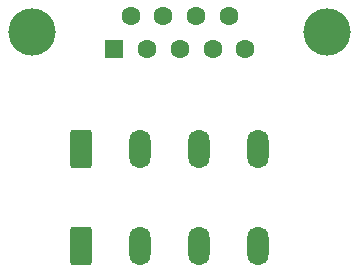
<source format=gbr>
%TF.GenerationSoftware,KiCad,Pcbnew,8.0.0-rc1-51-gba6979a274-dirty*%
%TF.CreationDate,2024-02-05T11:49:36+01:00*%
%TF.ProjectId,sub-d_terminal,7375622d-645f-4746-9572-6d696e616c2e,rev?*%
%TF.SameCoordinates,Original*%
%TF.FileFunction,Soldermask,Bot*%
%TF.FilePolarity,Negative*%
%FSLAX46Y46*%
G04 Gerber Fmt 4.6, Leading zero omitted, Abs format (unit mm)*
G04 Created by KiCad (PCBNEW 8.0.0-rc1-51-gba6979a274-dirty) date 2024-02-05 11:49:36*
%MOMM*%
%LPD*%
G01*
G04 APERTURE LIST*
G04 Aperture macros list*
%AMRoundRect*
0 Rectangle with rounded corners*
0 $1 Rounding radius*
0 $2 $3 $4 $5 $6 $7 $8 $9 X,Y pos of 4 corners*
0 Add a 4 corners polygon primitive as box body*
4,1,4,$2,$3,$4,$5,$6,$7,$8,$9,$2,$3,0*
0 Add four circle primitives for the rounded corners*
1,1,$1+$1,$2,$3*
1,1,$1+$1,$4,$5*
1,1,$1+$1,$6,$7*
1,1,$1+$1,$8,$9*
0 Add four rect primitives between the rounded corners*
20,1,$1+$1,$2,$3,$4,$5,0*
20,1,$1+$1,$4,$5,$6,$7,0*
20,1,$1+$1,$6,$7,$8,$9,0*
20,1,$1+$1,$8,$9,$2,$3,0*%
G04 Aperture macros list end*
%ADD10RoundRect,0.250000X-0.650000X-1.400000X0.650000X-1.400000X0.650000X1.400000X-0.650000X1.400000X0*%
%ADD11O,1.800000X3.300000*%
%ADD12C,4.000000*%
%ADD13R,1.600000X1.600000*%
%ADD14C,1.600000*%
G04 APERTURE END LIST*
D10*
%TO.C,J2*%
X101150000Y-93795331D03*
X101150000Y-101995331D03*
D11*
X106150000Y-93795331D03*
X106150000Y-101995331D03*
X111150000Y-93795331D03*
X111150000Y-101995331D03*
X116150000Y-93795331D03*
X116150000Y-101995331D03*
%TD*%
D12*
%TO.C,J1*%
X121990000Y-83910331D03*
X96990000Y-83910331D03*
D13*
X103950000Y-85330331D03*
D14*
X106720000Y-85330331D03*
X109490000Y-85330331D03*
X112260000Y-85330331D03*
X115030000Y-85330331D03*
X105335000Y-82490331D03*
X108105000Y-82490331D03*
X110875000Y-82490331D03*
X113645000Y-82490331D03*
%TD*%
M02*

</source>
